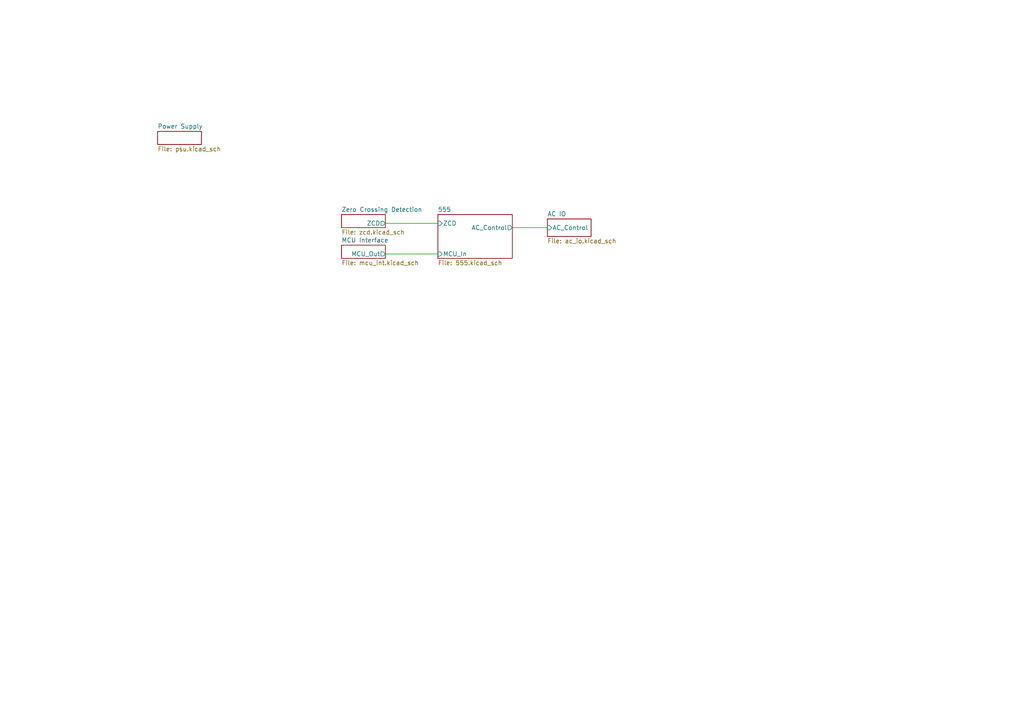
<source format=kicad_sch>
(kicad_sch (version 20211123) (generator eeschema)
  (paper "A4")
  (lib_symbols)
  (wire (pts (xy 111.76 73.66) (xy 127 73.66)))
  (wire (pts (xy 148.59 66.04) (xy 158.75 66.04)))
  (wire (pts (xy 111.76 64.77) (xy 127 64.77)))
  (sheet (at 99.06 62.23) (size 12.7 3.81) (stroke (width 0.1524))
    (property "Sheet name" "Zero Crossing Detection" (at 99.06 61.5184 0) (effects (justify left bottom)))
    (property "Sheet file" "zcd.kicad_sch" (at 99.06 66.6246 0) (effects (justify left top)))
    (pin "ZCD" output (at 111.76 64.77 0))
  )
  (sheet (at 99.06 71.12) (size 12.7 3.81) (stroke (width 0.1524))
    (property "Sheet name" "MCU Interface" (at 99.06 70.4084 0) (effects (justify left bottom)))
    (property "Sheet file" "mcu_int.kicad_sch" (at 99.06 75.5146 0) (effects (justify left top)))
    (pin "MCU_Out" output (at 111.76 73.66 0))
  )
  (sheet (at 127 62.23) (size 21.59 12.7) (stroke (width 0.1524))
    (property "Sheet name" "555" (at 127 61.5184 0) (effects (justify left bottom)))
    (property "Sheet file" "555.kicad_sch" (at 127 75.5146 0) (effects (justify left top)))
    (pin "MCU_In" input (at 127 73.66 180))
    (pin "AC_Control" output (at 148.59 66.04 0))
    (pin "ZCD" input (at 127 64.77 180))
  )
  (sheet (at 45.72 38.1) (size 12.7 3.81) (stroke (width 0.1524))
    (property "Sheet name" "Power Supply" (at 45.72 37.3884 0) (effects (justify left bottom)))
    (property "Sheet file" "psu.kicad_sch" (at 45.72 42.4946 0) (effects (justify left top)))
  )
  (sheet (at 158.75 63.5) (size 12.7 5.08) (stroke (width 0.1524))
    (property "Sheet name" "AC IO" (at 158.75 62.7884 0) (effects (justify left bottom)))
    (property "Sheet file" "ac_io.kicad_sch" (at 158.75 69.1646 0) (effects (justify left top)))
    (pin "AC_Control" input (at 158.75 66.04 180))
  )
)
</source>
